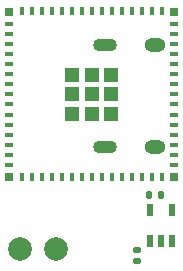
<source format=gbr>
%TF.GenerationSoftware,KiCad,Pcbnew,8.0.4*%
%TF.CreationDate,2024-12-29T16:28:46-05:00*%
%TF.ProjectId,SurroundSensePCB,53757272-6f75-46e6-9453-656e73655043,rev?*%
%TF.SameCoordinates,Original*%
%TF.FileFunction,Soldermask,Top*%
%TF.FilePolarity,Negative*%
%FSLAX46Y46*%
G04 Gerber Fmt 4.6, Leading zero omitted, Abs format (unit mm)*
G04 Created by KiCad (PCBNEW 8.0.4) date 2024-12-29 16:28:46*
%MOMM*%
%LPD*%
G01*
G04 APERTURE LIST*
G04 Aperture macros list*
%AMRoundRect*
0 Rectangle with rounded corners*
0 $1 Rounding radius*
0 $2 $3 $4 $5 $6 $7 $8 $9 X,Y pos of 4 corners*
0 Add a 4 corners polygon primitive as box body*
4,1,4,$2,$3,$4,$5,$6,$7,$8,$9,$2,$3,0*
0 Add four circle primitives for the rounded corners*
1,1,$1+$1,$2,$3*
1,1,$1+$1,$4,$5*
1,1,$1+$1,$6,$7*
1,1,$1+$1,$8,$9*
0 Add four rect primitives between the rounded corners*
20,1,$1+$1,$2,$3,$4,$5,0*
20,1,$1+$1,$4,$5,$6,$7,0*
20,1,$1+$1,$6,$7,$8,$9,0*
20,1,$1+$1,$8,$9,$2,$3,0*%
G04 Aperture macros list end*
%ADD10R,0.600000X1.100000*%
%ADD11RoundRect,0.140000X0.170000X-0.140000X0.170000X0.140000X-0.170000X0.140000X-0.170000X-0.140000X0*%
%ADD12RoundRect,0.140000X-0.140000X-0.170000X0.140000X-0.170000X0.140000X0.170000X-0.140000X0.170000X0*%
%ADD13C,2.000000*%
%ADD14R,0.800000X0.400000*%
%ADD15R,0.400000X0.800000*%
%ADD16R,0.800000X0.800000*%
%ADD17R,1.200000X1.200000*%
%ADD18O,1.800000X1.200000*%
%ADD19O,2.000000X1.100000*%
G04 APERTURE END LIST*
D10*
%TO.C,U3*%
X141036000Y-98582000D03*
X141986000Y-98582000D03*
X142936000Y-98582000D03*
X142936000Y-95982000D03*
X141036000Y-95982000D03*
%TD*%
D11*
%TO.C,C10*%
X139954000Y-100330000D03*
X139954000Y-99370000D03*
%TD*%
D12*
%TO.C,C11*%
X140998000Y-94742000D03*
X141958000Y-94742000D03*
%TD*%
D13*
%TO.C,J4*%
X133096000Y-99314000D03*
%TD*%
D14*
%TO.C,U1*%
X129163500Y-80257000D03*
X129163500Y-81107000D03*
X129163500Y-81957000D03*
X129163500Y-82807000D03*
X129163500Y-83657000D03*
X129163500Y-84507000D03*
X129163500Y-85357000D03*
X129163500Y-86207000D03*
X129163500Y-87057000D03*
X129163500Y-87907000D03*
X129163500Y-88757000D03*
X129163500Y-89607000D03*
X129163500Y-90457000D03*
X129163500Y-91307000D03*
X129163500Y-92157000D03*
D15*
X130188500Y-93232000D03*
X131038500Y-93232000D03*
X131888500Y-93232000D03*
X132738500Y-93232000D03*
X133588500Y-93232000D03*
X134438500Y-93232000D03*
X135288500Y-93232000D03*
X136138500Y-93232000D03*
X136988500Y-93232000D03*
X137838500Y-93232000D03*
X138688500Y-93232000D03*
X139538500Y-93232000D03*
X140388500Y-93232000D03*
X141238500Y-93232000D03*
X142088500Y-93232000D03*
D14*
X143113500Y-92157000D03*
X143113500Y-91307000D03*
X143113500Y-90457000D03*
X143113500Y-89607000D03*
X143113500Y-88757000D03*
X143113500Y-87907000D03*
X143113500Y-87057000D03*
X143113500Y-86207000D03*
X143113500Y-85357000D03*
X143113500Y-84507000D03*
X143113500Y-83657000D03*
X143113500Y-82807000D03*
X143113500Y-81957000D03*
X143113500Y-81107000D03*
X143113500Y-80257000D03*
D15*
X142088500Y-79182000D03*
X141238500Y-79182000D03*
X140388500Y-79182000D03*
X139538500Y-79182000D03*
X138688500Y-79182000D03*
X137838500Y-79182000D03*
X136988500Y-79182000D03*
X136138500Y-79182000D03*
X135288500Y-79182000D03*
X134438500Y-79182000D03*
X133588500Y-79182000D03*
X132738500Y-79182000D03*
X131888500Y-79182000D03*
X131038500Y-79182000D03*
X130188500Y-79182000D03*
D16*
X129138500Y-79207000D03*
X129138500Y-93207000D03*
D17*
X134488500Y-84557000D03*
X134488500Y-86207000D03*
X134488500Y-87857000D03*
X136138500Y-84557000D03*
X136138500Y-86207000D03*
X136138500Y-87857000D03*
X137788500Y-84557000D03*
X137788500Y-86207000D03*
X137788500Y-87857000D03*
D16*
X143138500Y-79207000D03*
X143138500Y-93207000D03*
%TD*%
D13*
%TO.C,J3*%
X130048000Y-99314000D03*
%TD*%
D18*
%TO.C,USB1*%
X141494500Y-82035000D03*
D19*
X137294500Y-82035000D03*
D18*
X141494500Y-90685000D03*
D19*
X137294500Y-90685000D03*
%TD*%
M02*

</source>
